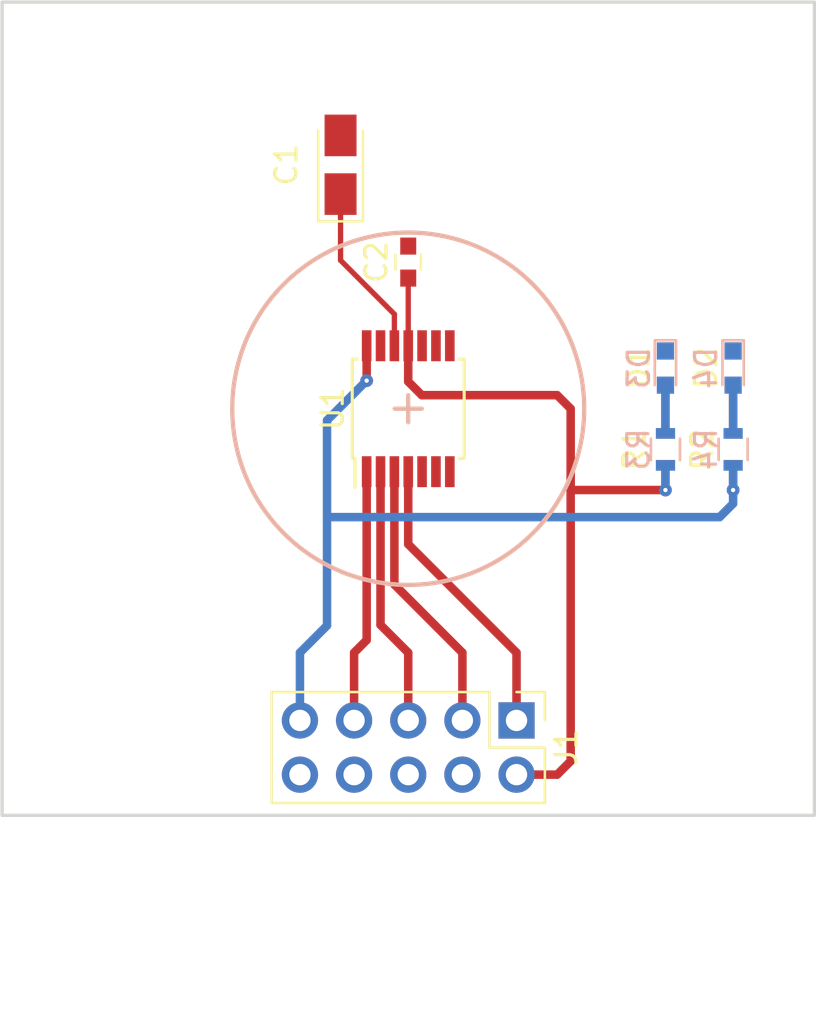
<source format=kicad_pcb>
(kicad_pcb (version 20171130) (host pcbnew "(2018-01-14 revision 63e55e918)-master")

  (general
    (thickness 1.6)
    (drawings 18)
    (tracks 45)
    (zones 0)
    (modules 12)
    (nets 13)
  )

  (page A4)
  (layers
    (0 F.Cu signal)
    (31 B.Cu signal)
    (32 B.Adhes user)
    (33 F.Adhes user)
    (34 B.Paste user)
    (35 F.Paste user)
    (36 B.SilkS user)
    (37 F.SilkS user)
    (38 B.Mask user)
    (39 F.Mask user)
    (40 Dwgs.User user)
    (41 Cmts.User user)
    (42 Eco1.User user)
    (43 Eco2.User user)
    (44 Edge.Cuts user)
    (45 Margin user)
    (46 B.CrtYd user)
    (47 F.CrtYd user)
    (48 B.Fab user)
    (49 F.Fab user)
  )

  (setup
    (last_trace_width 0.4)
    (user_trace_width 0.3)
    (user_trace_width 0.4)
    (user_trace_width 0.5)
    (user_trace_width 1)
    (trace_clearance 0.2)
    (zone_clearance 0.17)
    (zone_45_only no)
    (trace_min 0.2)
    (segment_width 0.2)
    (edge_width 0.15)
    (via_size 0.6)
    (via_drill 0.2)
    (via_min_size 0.4)
    (via_min_drill 0.2)
    (user_via 0.6 0.2)
    (uvia_size 0.3)
    (uvia_drill 0.1)
    (uvias_allowed no)
    (uvia_min_size 0.2)
    (uvia_min_drill 0.1)
    (pcb_text_width 0.3)
    (pcb_text_size 1.5 1.5)
    (mod_edge_width 0.15)
    (mod_text_size 1 1)
    (mod_text_width 0.15)
    (pad_size 1.524 1.524)
    (pad_drill 0.762)
    (pad_to_mask_clearance 0.2)
    (aux_axis_origin 0 0)
    (visible_elements FFFFFF7F)
    (pcbplotparams
      (layerselection 0x010fc_ffffffff)
      (usegerberextensions false)
      (usegerberattributes false)
      (usegerberadvancedattributes false)
      (creategerberjobfile false)
      (excludeedgelayer true)
      (linewidth 0.100000)
      (plotframeref false)
      (viasonmask false)
      (mode 1)
      (useauxorigin false)
      (hpglpennumber 1)
      (hpglpenspeed 20)
      (hpglpendiameter 15)
      (psnegative false)
      (psa4output false)
      (plotreference true)
      (plotvalue true)
      (plotinvisibletext false)
      (padsonsilk false)
      (subtractmaskfromsilk false)
      (outputformat 1)
      (mirror false)
      (drillshape 1)
      (scaleselection 1)
      (outputdirectory ""))
  )

  (net 0 "")
  (net 1 "Net-(C1-Pad1)")
  (net 2 GND)
  (net 3 +5V)
  (net 4 "Net-(D1-Pad2)")
  (net 5 "Net-(D2-Pad2)")
  (net 6 "Net-(D3-Pad2)")
  (net 7 "Net-(D4-Pad2)")
  (net 8 MOSI)
  (net 9 MISO)
  (net 10 CLK)
  (net 11 CS)
  (net 12 PWM)

  (net_class Default "This is the default net class."
    (clearance 0.2)
    (trace_width 0.4)
    (via_dia 0.6)
    (via_drill 0.2)
    (uvia_dia 0.3)
    (uvia_drill 0.1)
    (add_net +5V)
    (add_net CLK)
    (add_net CS)
    (add_net GND)
    (add_net MISO)
    (add_net MOSI)
    (add_net "Net-(C1-Pad1)")
    (add_net "Net-(D1-Pad2)")
    (add_net "Net-(D2-Pad2)")
    (add_net "Net-(D3-Pad2)")
    (add_net "Net-(D4-Pad2)")
    (add_net PWM)
  )

  (module Capacitors_Tantalum_SMD:CP_Tantalum_Case-A_EIA-3216-18_Reflow (layer F.Cu) (tedit 58CC8C08) (tstamp 5A6DF177)
    (at 131.445 75.565 90)
    (descr "Tantalum capacitor, Case A, EIA 3216-18, 3.2x1.6x1.6mm, Reflow soldering footprint")
    (tags "capacitor tantalum smd")
    (path /5A5D184B)
    (attr smd)
    (fp_text reference C1 (at 0 -2.55 90) (layer F.SilkS)
      (effects (font (size 1 1) (thickness 0.15)))
    )
    (fp_text value 10uF (at 0 2.55 90) (layer F.Fab)
      (effects (font (size 1 1) (thickness 0.15)))
    )
    (fp_text user %R (at 0 0 90) (layer F.Fab)
      (effects (font (size 0.7 0.7) (thickness 0.105)))
    )
    (fp_line (start -2.75 -1.2) (end -2.75 1.2) (layer F.CrtYd) (width 0.05))
    (fp_line (start -2.75 1.2) (end 2.75 1.2) (layer F.CrtYd) (width 0.05))
    (fp_line (start 2.75 1.2) (end 2.75 -1.2) (layer F.CrtYd) (width 0.05))
    (fp_line (start 2.75 -1.2) (end -2.75 -1.2) (layer F.CrtYd) (width 0.05))
    (fp_line (start -1.6 -0.8) (end -1.6 0.8) (layer F.Fab) (width 0.1))
    (fp_line (start -1.6 0.8) (end 1.6 0.8) (layer F.Fab) (width 0.1))
    (fp_line (start 1.6 0.8) (end 1.6 -0.8) (layer F.Fab) (width 0.1))
    (fp_line (start 1.6 -0.8) (end -1.6 -0.8) (layer F.Fab) (width 0.1))
    (fp_line (start -1.28 -0.8) (end -1.28 0.8) (layer F.Fab) (width 0.1))
    (fp_line (start -1.12 -0.8) (end -1.12 0.8) (layer F.Fab) (width 0.1))
    (fp_line (start -2.65 -1.05) (end 1.6 -1.05) (layer F.SilkS) (width 0.12))
    (fp_line (start -2.65 1.05) (end 1.6 1.05) (layer F.SilkS) (width 0.12))
    (fp_line (start -2.65 -1.05) (end -2.65 1.05) (layer F.SilkS) (width 0.12))
    (pad 1 smd rect (at -1.375 0 90) (size 1.95 1.5) (layers F.Cu F.Paste F.Mask)
      (net 1 "Net-(C1-Pad1)"))
    (pad 2 smd rect (at 1.375 0 90) (size 1.95 1.5) (layers F.Cu F.Paste F.Mask)
      (net 2 GND))
    (model Capacitors_Tantalum_SMD.3dshapes/CP_Tantalum_Case-A_EIA-3216-18.wrl
      (at (xyz 0 0 0))
      (scale (xyz 1 1 1))
      (rotate (xyz 0 0 0))
    )
  )

  (module Capacitors_SMD:C_0603 (layer F.Cu) (tedit 59958EE7) (tstamp 5A6DF188)
    (at 134.62 80.125 90)
    (descr "Capacitor SMD 0603, reflow soldering, AVX (see smccp.pdf)")
    (tags "capacitor 0603")
    (path /5A5D1ADC)
    (attr smd)
    (fp_text reference C2 (at 0 -1.5 90) (layer F.SilkS)
      (effects (font (size 1 1) (thickness 0.15)))
    )
    (fp_text value 100nF (at 0 1.5 90) (layer F.Fab)
      (effects (font (size 1 1) (thickness 0.15)))
    )
    (fp_line (start 1.4 0.65) (end -1.4 0.65) (layer F.CrtYd) (width 0.05))
    (fp_line (start 1.4 0.65) (end 1.4 -0.65) (layer F.CrtYd) (width 0.05))
    (fp_line (start -1.4 -0.65) (end -1.4 0.65) (layer F.CrtYd) (width 0.05))
    (fp_line (start -1.4 -0.65) (end 1.4 -0.65) (layer F.CrtYd) (width 0.05))
    (fp_line (start 0.35 0.6) (end -0.35 0.6) (layer F.SilkS) (width 0.12))
    (fp_line (start -0.35 -0.6) (end 0.35 -0.6) (layer F.SilkS) (width 0.12))
    (fp_line (start -0.8 -0.4) (end 0.8 -0.4) (layer F.Fab) (width 0.1))
    (fp_line (start 0.8 -0.4) (end 0.8 0.4) (layer F.Fab) (width 0.1))
    (fp_line (start 0.8 0.4) (end -0.8 0.4) (layer F.Fab) (width 0.1))
    (fp_line (start -0.8 0.4) (end -0.8 -0.4) (layer F.Fab) (width 0.1))
    (fp_text user %R (at 0 0 90) (layer F.Fab)
      (effects (font (size 0.3 0.3) (thickness 0.075)))
    )
    (pad 2 smd rect (at 0.75 0 90) (size 0.8 0.75) (layers F.Cu F.Paste F.Mask)
      (net 2 GND))
    (pad 1 smd rect (at -0.75 0 90) (size 0.8 0.75) (layers F.Cu F.Paste F.Mask)
      (net 3 +5V))
    (model Capacitors_SMD.3dshapes/C_0603.wrl
      (at (xyz 0 0 0))
      (scale (xyz 1 1 1))
      (rotate (xyz 0 0 0))
    )
  )

  (module LEDs:LED_0603 (layer F.Cu) (tedit 57FE93A5) (tstamp 5A6DF19D)
    (at 146.685 85.09 270)
    (descr "LED 0603 smd package")
    (tags "LED led 0603 SMD smd SMT smt smdled SMDLED smtled SMTLED")
    (path /5A5DC87F)
    (attr smd)
    (fp_text reference D1 (at 0 1.27 270) (layer F.SilkS)
      (effects (font (size 1 1) (thickness 0.15)))
    )
    (fp_text value LED (at 0 1.35 270) (layer F.Fab)
      (effects (font (size 1 1) (thickness 0.15)))
    )
    (fp_line (start -1.3 -0.5) (end -1.3 0.5) (layer F.SilkS) (width 0.12))
    (fp_line (start -0.2 -0.2) (end -0.2 0.2) (layer F.Fab) (width 0.1))
    (fp_line (start -0.15 0) (end 0.15 -0.2) (layer F.Fab) (width 0.1))
    (fp_line (start 0.15 0.2) (end -0.15 0) (layer F.Fab) (width 0.1))
    (fp_line (start 0.15 -0.2) (end 0.15 0.2) (layer F.Fab) (width 0.1))
    (fp_line (start 0.8 0.4) (end -0.8 0.4) (layer F.Fab) (width 0.1))
    (fp_line (start 0.8 -0.4) (end 0.8 0.4) (layer F.Fab) (width 0.1))
    (fp_line (start -0.8 -0.4) (end 0.8 -0.4) (layer F.Fab) (width 0.1))
    (fp_line (start -0.8 0.4) (end -0.8 -0.4) (layer F.Fab) (width 0.1))
    (fp_line (start -1.3 0.5) (end 0.8 0.5) (layer F.SilkS) (width 0.12))
    (fp_line (start -1.3 -0.5) (end 0.8 -0.5) (layer F.SilkS) (width 0.12))
    (fp_line (start 1.45 -0.65) (end 1.45 0.65) (layer F.CrtYd) (width 0.05))
    (fp_line (start 1.45 0.65) (end -1.45 0.65) (layer F.CrtYd) (width 0.05))
    (fp_line (start -1.45 0.65) (end -1.45 -0.65) (layer F.CrtYd) (width 0.05))
    (fp_line (start -1.45 -0.65) (end 1.45 -0.65) (layer F.CrtYd) (width 0.05))
    (pad 2 smd rect (at 0.8 0 90) (size 0.8 0.8) (layers F.Cu F.Paste F.Mask)
      (net 4 "Net-(D1-Pad2)"))
    (pad 1 smd rect (at -0.8 0 90) (size 0.8 0.8) (layers F.Cu F.Paste F.Mask)
      (net 2 GND))
    (model ${KISYS3DMOD}/LEDs.3dshapes/LED_0603.wrl
      (at (xyz 0 0 0))
      (scale (xyz 1 1 1))
      (rotate (xyz 0 0 180))
    )
  )

  (module LEDs:LED_0603 (layer F.Cu) (tedit 57FE93A5) (tstamp 5A6DF1B2)
    (at 149.86 85.09 270)
    (descr "LED 0603 smd package")
    (tags "LED led 0603 SMD smd SMT smt smdled SMDLED smtled SMTLED")
    (path /5A5DC8EA)
    (attr smd)
    (fp_text reference D2 (at 0 1.27 270) (layer F.SilkS)
      (effects (font (size 1 1) (thickness 0.15)))
    )
    (fp_text value LED (at 0 1.35 270) (layer F.Fab)
      (effects (font (size 1 1) (thickness 0.15)))
    )
    (fp_line (start -1.45 -0.65) (end 1.45 -0.65) (layer F.CrtYd) (width 0.05))
    (fp_line (start -1.45 0.65) (end -1.45 -0.65) (layer F.CrtYd) (width 0.05))
    (fp_line (start 1.45 0.65) (end -1.45 0.65) (layer F.CrtYd) (width 0.05))
    (fp_line (start 1.45 -0.65) (end 1.45 0.65) (layer F.CrtYd) (width 0.05))
    (fp_line (start -1.3 -0.5) (end 0.8 -0.5) (layer F.SilkS) (width 0.12))
    (fp_line (start -1.3 0.5) (end 0.8 0.5) (layer F.SilkS) (width 0.12))
    (fp_line (start -0.8 0.4) (end -0.8 -0.4) (layer F.Fab) (width 0.1))
    (fp_line (start -0.8 -0.4) (end 0.8 -0.4) (layer F.Fab) (width 0.1))
    (fp_line (start 0.8 -0.4) (end 0.8 0.4) (layer F.Fab) (width 0.1))
    (fp_line (start 0.8 0.4) (end -0.8 0.4) (layer F.Fab) (width 0.1))
    (fp_line (start 0.15 -0.2) (end 0.15 0.2) (layer F.Fab) (width 0.1))
    (fp_line (start 0.15 0.2) (end -0.15 0) (layer F.Fab) (width 0.1))
    (fp_line (start -0.15 0) (end 0.15 -0.2) (layer F.Fab) (width 0.1))
    (fp_line (start -0.2 -0.2) (end -0.2 0.2) (layer F.Fab) (width 0.1))
    (fp_line (start -1.3 -0.5) (end -1.3 0.5) (layer F.SilkS) (width 0.12))
    (pad 1 smd rect (at -0.8 0 90) (size 0.8 0.8) (layers F.Cu F.Paste F.Mask)
      (net 2 GND))
    (pad 2 smd rect (at 0.8 0 90) (size 0.8 0.8) (layers F.Cu F.Paste F.Mask)
      (net 5 "Net-(D2-Pad2)"))
    (model ${KISYS3DMOD}/LEDs.3dshapes/LED_0603.wrl
      (at (xyz 0 0 0))
      (scale (xyz 1 1 1))
      (rotate (xyz 0 0 180))
    )
  )

  (module LEDs:LED_0603 (layer B.Cu) (tedit 57FE93A5) (tstamp 5A6DF1C7)
    (at 146.685 85.09 270)
    (descr "LED 0603 smd package")
    (tags "LED led 0603 SMD smd SMT smt smdled SMDLED smtled SMTLED")
    (path /5A5DC955)
    (attr smd)
    (fp_text reference D3 (at 0 1.25 270) (layer B.SilkS)
      (effects (font (size 1 1) (thickness 0.15)) (justify mirror))
    )
    (fp_text value LED (at 0 -1.35 270) (layer B.Fab)
      (effects (font (size 1 1) (thickness 0.15)) (justify mirror))
    )
    (fp_line (start -1.3 0.5) (end -1.3 -0.5) (layer B.SilkS) (width 0.12))
    (fp_line (start -0.2 0.2) (end -0.2 -0.2) (layer B.Fab) (width 0.1))
    (fp_line (start -0.15 0) (end 0.15 0.2) (layer B.Fab) (width 0.1))
    (fp_line (start 0.15 -0.2) (end -0.15 0) (layer B.Fab) (width 0.1))
    (fp_line (start 0.15 0.2) (end 0.15 -0.2) (layer B.Fab) (width 0.1))
    (fp_line (start 0.8 -0.4) (end -0.8 -0.4) (layer B.Fab) (width 0.1))
    (fp_line (start 0.8 0.4) (end 0.8 -0.4) (layer B.Fab) (width 0.1))
    (fp_line (start -0.8 0.4) (end 0.8 0.4) (layer B.Fab) (width 0.1))
    (fp_line (start -0.8 -0.4) (end -0.8 0.4) (layer B.Fab) (width 0.1))
    (fp_line (start -1.3 -0.5) (end 0.8 -0.5) (layer B.SilkS) (width 0.12))
    (fp_line (start -1.3 0.5) (end 0.8 0.5) (layer B.SilkS) (width 0.12))
    (fp_line (start 1.45 0.65) (end 1.45 -0.65) (layer B.CrtYd) (width 0.05))
    (fp_line (start 1.45 -0.65) (end -1.45 -0.65) (layer B.CrtYd) (width 0.05))
    (fp_line (start -1.45 -0.65) (end -1.45 0.65) (layer B.CrtYd) (width 0.05))
    (fp_line (start -1.45 0.65) (end 1.45 0.65) (layer B.CrtYd) (width 0.05))
    (pad 2 smd rect (at 0.8 0 90) (size 0.8 0.8) (layers B.Cu B.Paste B.Mask)
      (net 6 "Net-(D3-Pad2)"))
    (pad 1 smd rect (at -0.8 0 90) (size 0.8 0.8) (layers B.Cu B.Paste B.Mask)
      (net 2 GND))
    (model ${KISYS3DMOD}/LEDs.3dshapes/LED_0603.wrl
      (at (xyz 0 0 0))
      (scale (xyz 1 1 1))
      (rotate (xyz 0 0 180))
    )
  )

  (module LEDs:LED_0603 (layer B.Cu) (tedit 57FE93A5) (tstamp 5A6DF1DC)
    (at 149.86 85.09 270)
    (descr "LED 0603 smd package")
    (tags "LED led 0603 SMD smd SMT smt smdled SMDLED smtled SMTLED")
    (path /5A5DC9B6)
    (attr smd)
    (fp_text reference D4 (at 0 1.27 270) (layer B.SilkS)
      (effects (font (size 1 1) (thickness 0.15)) (justify mirror))
    )
    (fp_text value LED (at 0 -1.35 270) (layer B.Fab)
      (effects (font (size 1 1) (thickness 0.15)) (justify mirror))
    )
    (fp_line (start -1.45 0.65) (end 1.45 0.65) (layer B.CrtYd) (width 0.05))
    (fp_line (start -1.45 -0.65) (end -1.45 0.65) (layer B.CrtYd) (width 0.05))
    (fp_line (start 1.45 -0.65) (end -1.45 -0.65) (layer B.CrtYd) (width 0.05))
    (fp_line (start 1.45 0.65) (end 1.45 -0.65) (layer B.CrtYd) (width 0.05))
    (fp_line (start -1.3 0.5) (end 0.8 0.5) (layer B.SilkS) (width 0.12))
    (fp_line (start -1.3 -0.5) (end 0.8 -0.5) (layer B.SilkS) (width 0.12))
    (fp_line (start -0.8 -0.4) (end -0.8 0.4) (layer B.Fab) (width 0.1))
    (fp_line (start -0.8 0.4) (end 0.8 0.4) (layer B.Fab) (width 0.1))
    (fp_line (start 0.8 0.4) (end 0.8 -0.4) (layer B.Fab) (width 0.1))
    (fp_line (start 0.8 -0.4) (end -0.8 -0.4) (layer B.Fab) (width 0.1))
    (fp_line (start 0.15 0.2) (end 0.15 -0.2) (layer B.Fab) (width 0.1))
    (fp_line (start 0.15 -0.2) (end -0.15 0) (layer B.Fab) (width 0.1))
    (fp_line (start -0.15 0) (end 0.15 0.2) (layer B.Fab) (width 0.1))
    (fp_line (start -0.2 0.2) (end -0.2 -0.2) (layer B.Fab) (width 0.1))
    (fp_line (start -1.3 0.5) (end -1.3 -0.5) (layer B.SilkS) (width 0.12))
    (pad 1 smd rect (at -0.8 0 90) (size 0.8 0.8) (layers B.Cu B.Paste B.Mask)
      (net 2 GND))
    (pad 2 smd rect (at 0.8 0 90) (size 0.8 0.8) (layers B.Cu B.Paste B.Mask)
      (net 7 "Net-(D4-Pad2)"))
    (model ${KISYS3DMOD}/LEDs.3dshapes/LED_0603.wrl
      (at (xyz 0 0 0))
      (scale (xyz 1 1 1))
      (rotate (xyz 0 0 180))
    )
  )

  (module Pin_Headers:Pin_Header_Straight_2x05_Pitch2.54mm (layer F.Cu) (tedit 59650532) (tstamp 5A6DF1FC)
    (at 139.7 101.6 270)
    (descr "Through hole straight pin header, 2x05, 2.54mm pitch, double rows")
    (tags "Through hole pin header THT 2x05 2.54mm double row")
    (path /5A5D446D)
    (fp_text reference J1 (at 1.27 -2.33 270) (layer F.SilkS)
      (effects (font (size 1 1) (thickness 0.15)))
    )
    (fp_text value Conn_02x05_Odd_Even-Connector (at 1.27 12.49 270) (layer F.Fab)
      (effects (font (size 1 1) (thickness 0.15)))
    )
    (fp_line (start 0 -1.27) (end 3.81 -1.27) (layer F.Fab) (width 0.1))
    (fp_line (start 3.81 -1.27) (end 3.81 11.43) (layer F.Fab) (width 0.1))
    (fp_line (start 3.81 11.43) (end -1.27 11.43) (layer F.Fab) (width 0.1))
    (fp_line (start -1.27 11.43) (end -1.27 0) (layer F.Fab) (width 0.1))
    (fp_line (start -1.27 0) (end 0 -1.27) (layer F.Fab) (width 0.1))
    (fp_line (start -1.33 11.49) (end 3.87 11.49) (layer F.SilkS) (width 0.12))
    (fp_line (start -1.33 1.27) (end -1.33 11.49) (layer F.SilkS) (width 0.12))
    (fp_line (start 3.87 -1.33) (end 3.87 11.49) (layer F.SilkS) (width 0.12))
    (fp_line (start -1.33 1.27) (end 1.27 1.27) (layer F.SilkS) (width 0.12))
    (fp_line (start 1.27 1.27) (end 1.27 -1.33) (layer F.SilkS) (width 0.12))
    (fp_line (start 1.27 -1.33) (end 3.87 -1.33) (layer F.SilkS) (width 0.12))
    (fp_line (start -1.33 0) (end -1.33 -1.33) (layer F.SilkS) (width 0.12))
    (fp_line (start -1.33 -1.33) (end 0 -1.33) (layer F.SilkS) (width 0.12))
    (fp_line (start -1.8 -1.8) (end -1.8 11.95) (layer F.CrtYd) (width 0.05))
    (fp_line (start -1.8 11.95) (end 4.35 11.95) (layer F.CrtYd) (width 0.05))
    (fp_line (start 4.35 11.95) (end 4.35 -1.8) (layer F.CrtYd) (width 0.05))
    (fp_line (start 4.35 -1.8) (end -1.8 -1.8) (layer F.CrtYd) (width 0.05))
    (fp_text user %R (at 1.27 5.08) (layer F.Fab)
      (effects (font (size 1 1) (thickness 0.15)))
    )
    (pad 1 thru_hole rect (at 0 0 270) (size 1.7 1.7) (drill 1) (layers *.Cu *.Mask)
      (net 8 MOSI))
    (pad 2 thru_hole oval (at 2.54 0 270) (size 1.7 1.7) (drill 1) (layers *.Cu *.Mask)
      (net 3 +5V))
    (pad 3 thru_hole oval (at 0 2.54 270) (size 1.7 1.7) (drill 1) (layers *.Cu *.Mask)
      (net 9 MISO))
    (pad 4 thru_hole oval (at 2.54 2.54 270) (size 1.7 1.7) (drill 1) (layers *.Cu *.Mask)
      (net 2 GND))
    (pad 5 thru_hole oval (at 0 5.08 270) (size 1.7 1.7) (drill 1) (layers *.Cu *.Mask)
      (net 10 CLK))
    (pad 6 thru_hole oval (at 2.54 5.08 270) (size 1.7 1.7) (drill 1) (layers *.Cu *.Mask)
      (net 2 GND))
    (pad 7 thru_hole oval (at 0 7.62 270) (size 1.7 1.7) (drill 1) (layers *.Cu *.Mask)
      (net 11 CS))
    (pad 8 thru_hole oval (at 2.54 7.62 270) (size 1.7 1.7) (drill 1) (layers *.Cu *.Mask)
      (net 2 GND))
    (pad 9 thru_hole oval (at 0 10.16 270) (size 1.7 1.7) (drill 1) (layers *.Cu *.Mask)
      (net 12 PWM))
    (pad 10 thru_hole oval (at 2.54 10.16 270) (size 1.7 1.7) (drill 1) (layers *.Cu *.Mask)
      (net 2 GND))
    (model ${KISYS3DMOD}/Pin_Headers.3dshapes/Pin_Header_Straight_2x05_Pitch2.54mm.wrl
      (at (xyz 0 0 0))
      (scale (xyz 1 1 1))
      (rotate (xyz 0 0 0))
    )
  )

  (module Resistors_SMD:R_0603 (layer F.Cu) (tedit 58E0A804) (tstamp 5A6DF20D)
    (at 146.685 88.9 90)
    (descr "Resistor SMD 0603, reflow soldering, Vishay (see dcrcw.pdf)")
    (tags "resistor 0603")
    (path /5A5DCA42)
    (attr smd)
    (fp_text reference R1 (at 0 -1.45 90) (layer F.SilkS)
      (effects (font (size 1 1) (thickness 0.15)))
    )
    (fp_text value 1k (at 0 1.5 90) (layer F.Fab)
      (effects (font (size 1 1) (thickness 0.15)))
    )
    (fp_text user %R (at 0 0 90) (layer F.Fab)
      (effects (font (size 0.4 0.4) (thickness 0.075)))
    )
    (fp_line (start -0.8 0.4) (end -0.8 -0.4) (layer F.Fab) (width 0.1))
    (fp_line (start 0.8 0.4) (end -0.8 0.4) (layer F.Fab) (width 0.1))
    (fp_line (start 0.8 -0.4) (end 0.8 0.4) (layer F.Fab) (width 0.1))
    (fp_line (start -0.8 -0.4) (end 0.8 -0.4) (layer F.Fab) (width 0.1))
    (fp_line (start 0.5 0.68) (end -0.5 0.68) (layer F.SilkS) (width 0.12))
    (fp_line (start -0.5 -0.68) (end 0.5 -0.68) (layer F.SilkS) (width 0.12))
    (fp_line (start -1.25 -0.7) (end 1.25 -0.7) (layer F.CrtYd) (width 0.05))
    (fp_line (start -1.25 -0.7) (end -1.25 0.7) (layer F.CrtYd) (width 0.05))
    (fp_line (start 1.25 0.7) (end 1.25 -0.7) (layer F.CrtYd) (width 0.05))
    (fp_line (start 1.25 0.7) (end -1.25 0.7) (layer F.CrtYd) (width 0.05))
    (pad 1 smd rect (at -0.75 0 90) (size 0.5 0.9) (layers F.Cu F.Paste F.Mask)
      (net 3 +5V))
    (pad 2 smd rect (at 0.75 0 90) (size 0.5 0.9) (layers F.Cu F.Paste F.Mask)
      (net 4 "Net-(D1-Pad2)"))
    (model ${KISYS3DMOD}/Resistors_SMD.3dshapes/R_0603.wrl
      (at (xyz 0 0 0))
      (scale (xyz 1 1 1))
      (rotate (xyz 0 0 0))
    )
  )

  (module Resistors_SMD:R_0603 (layer F.Cu) (tedit 58E0A804) (tstamp 5A6DF21E)
    (at 149.86 88.9 90)
    (descr "Resistor SMD 0603, reflow soldering, Vishay (see dcrcw.pdf)")
    (tags "resistor 0603")
    (path /5A5DCABF)
    (attr smd)
    (fp_text reference R2 (at 0 -1.45 90) (layer F.SilkS)
      (effects (font (size 1 1) (thickness 0.15)))
    )
    (fp_text value 1k (at 0 1.5 90) (layer F.Fab)
      (effects (font (size 1 1) (thickness 0.15)))
    )
    (fp_line (start 1.25 0.7) (end -1.25 0.7) (layer F.CrtYd) (width 0.05))
    (fp_line (start 1.25 0.7) (end 1.25 -0.7) (layer F.CrtYd) (width 0.05))
    (fp_line (start -1.25 -0.7) (end -1.25 0.7) (layer F.CrtYd) (width 0.05))
    (fp_line (start -1.25 -0.7) (end 1.25 -0.7) (layer F.CrtYd) (width 0.05))
    (fp_line (start -0.5 -0.68) (end 0.5 -0.68) (layer F.SilkS) (width 0.12))
    (fp_line (start 0.5 0.68) (end -0.5 0.68) (layer F.SilkS) (width 0.12))
    (fp_line (start -0.8 -0.4) (end 0.8 -0.4) (layer F.Fab) (width 0.1))
    (fp_line (start 0.8 -0.4) (end 0.8 0.4) (layer F.Fab) (width 0.1))
    (fp_line (start 0.8 0.4) (end -0.8 0.4) (layer F.Fab) (width 0.1))
    (fp_line (start -0.8 0.4) (end -0.8 -0.4) (layer F.Fab) (width 0.1))
    (fp_text user %R (at 0 0 90) (layer F.Fab)
      (effects (font (size 0.4 0.4) (thickness 0.075)))
    )
    (pad 2 smd rect (at 0.75 0 90) (size 0.5 0.9) (layers F.Cu F.Paste F.Mask)
      (net 5 "Net-(D2-Pad2)"))
    (pad 1 smd rect (at -0.75 0 90) (size 0.5 0.9) (layers F.Cu F.Paste F.Mask)
      (net 12 PWM))
    (model ${KISYS3DMOD}/Resistors_SMD.3dshapes/R_0603.wrl
      (at (xyz 0 0 0))
      (scale (xyz 1 1 1))
      (rotate (xyz 0 0 0))
    )
  )

  (module Resistors_SMD:R_0603 (layer B.Cu) (tedit 58E0A804) (tstamp 5A6DF22F)
    (at 146.685 88.9 90)
    (descr "Resistor SMD 0603, reflow soldering, Vishay (see dcrcw.pdf)")
    (tags "resistor 0603")
    (path /5A5DCB07)
    (attr smd)
    (fp_text reference R3 (at 0 -1.27 90) (layer B.SilkS)
      (effects (font (size 1 1) (thickness 0.15)) (justify mirror))
    )
    (fp_text value 1k (at 0 -1.5 90) (layer B.Fab)
      (effects (font (size 1 1) (thickness 0.15)) (justify mirror))
    )
    (fp_text user %R (at 0 0 90) (layer B.Fab)
      (effects (font (size 0.4 0.4) (thickness 0.075)) (justify mirror))
    )
    (fp_line (start -0.8 -0.4) (end -0.8 0.4) (layer B.Fab) (width 0.1))
    (fp_line (start 0.8 -0.4) (end -0.8 -0.4) (layer B.Fab) (width 0.1))
    (fp_line (start 0.8 0.4) (end 0.8 -0.4) (layer B.Fab) (width 0.1))
    (fp_line (start -0.8 0.4) (end 0.8 0.4) (layer B.Fab) (width 0.1))
    (fp_line (start 0.5 -0.68) (end -0.5 -0.68) (layer B.SilkS) (width 0.12))
    (fp_line (start -0.5 0.68) (end 0.5 0.68) (layer B.SilkS) (width 0.12))
    (fp_line (start -1.25 0.7) (end 1.25 0.7) (layer B.CrtYd) (width 0.05))
    (fp_line (start -1.25 0.7) (end -1.25 -0.7) (layer B.CrtYd) (width 0.05))
    (fp_line (start 1.25 -0.7) (end 1.25 0.7) (layer B.CrtYd) (width 0.05))
    (fp_line (start 1.25 -0.7) (end -1.25 -0.7) (layer B.CrtYd) (width 0.05))
    (pad 1 smd rect (at -0.75 0 90) (size 0.5 0.9) (layers B.Cu B.Paste B.Mask)
      (net 3 +5V))
    (pad 2 smd rect (at 0.75 0 90) (size 0.5 0.9) (layers B.Cu B.Paste B.Mask)
      (net 6 "Net-(D3-Pad2)"))
    (model ${KISYS3DMOD}/Resistors_SMD.3dshapes/R_0603.wrl
      (at (xyz 0 0 0))
      (scale (xyz 1 1 1))
      (rotate (xyz 0 0 0))
    )
  )

  (module Resistors_SMD:R_0603 (layer B.Cu) (tedit 58E0A804) (tstamp 5A6DF240)
    (at 149.86 88.9 90)
    (descr "Resistor SMD 0603, reflow soldering, Vishay (see dcrcw.pdf)")
    (tags "resistor 0603")
    (path /5A5DCC0E)
    (attr smd)
    (fp_text reference R4 (at 0 -1.27 90) (layer B.SilkS)
      (effects (font (size 1 1) (thickness 0.15)) (justify mirror))
    )
    (fp_text value 1k (at 0 -1.5 90) (layer B.Fab)
      (effects (font (size 1 1) (thickness 0.15)) (justify mirror))
    )
    (fp_line (start 1.25 -0.7) (end -1.25 -0.7) (layer B.CrtYd) (width 0.05))
    (fp_line (start 1.25 -0.7) (end 1.25 0.7) (layer B.CrtYd) (width 0.05))
    (fp_line (start -1.25 0.7) (end -1.25 -0.7) (layer B.CrtYd) (width 0.05))
    (fp_line (start -1.25 0.7) (end 1.25 0.7) (layer B.CrtYd) (width 0.05))
    (fp_line (start -0.5 0.68) (end 0.5 0.68) (layer B.SilkS) (width 0.12))
    (fp_line (start 0.5 -0.68) (end -0.5 -0.68) (layer B.SilkS) (width 0.12))
    (fp_line (start -0.8 0.4) (end 0.8 0.4) (layer B.Fab) (width 0.1))
    (fp_line (start 0.8 0.4) (end 0.8 -0.4) (layer B.Fab) (width 0.1))
    (fp_line (start 0.8 -0.4) (end -0.8 -0.4) (layer B.Fab) (width 0.1))
    (fp_line (start -0.8 -0.4) (end -0.8 0.4) (layer B.Fab) (width 0.1))
    (fp_text user %R (at 0 0 90) (layer B.Fab)
      (effects (font (size 0.4 0.4) (thickness 0.075)) (justify mirror))
    )
    (pad 2 smd rect (at 0.75 0 90) (size 0.5 0.9) (layers B.Cu B.Paste B.Mask)
      (net 7 "Net-(D4-Pad2)"))
    (pad 1 smd rect (at -0.75 0 90) (size 0.5 0.9) (layers B.Cu B.Paste B.Mask)
      (net 12 PWM))
    (model ${KISYS3DMOD}/Resistors_SMD.3dshapes/R_0603.wrl
      (at (xyz 0 0 0))
      (scale (xyz 1 1 1))
      (rotate (xyz 0 0 0))
    )
  )

  (module Housings_SSOP:TSSOP-14_4.4x5mm_Pitch0.65mm (layer F.Cu) (tedit 54130A77) (tstamp 5A6DF263)
    (at 134.62 86.995 90)
    (descr "14-Lead Plastic Thin Shrink Small Outline (ST)-4.4 mm Body [TSSOP] (see Microchip Packaging Specification 00000049BS.pdf)")
    (tags "SSOP 0.65")
    (path /5A5D16CD)
    (attr smd)
    (fp_text reference U1 (at 0 -3.55 90) (layer F.SilkS)
      (effects (font (size 1 1) (thickness 0.15)))
    )
    (fp_text value AS5048A (at 0 3.55 90) (layer F.Fab)
      (effects (font (size 1 1) (thickness 0.15)))
    )
    (fp_line (start -1.2 -2.5) (end 2.2 -2.5) (layer F.Fab) (width 0.15))
    (fp_line (start 2.2 -2.5) (end 2.2 2.5) (layer F.Fab) (width 0.15))
    (fp_line (start 2.2 2.5) (end -2.2 2.5) (layer F.Fab) (width 0.15))
    (fp_line (start -2.2 2.5) (end -2.2 -1.5) (layer F.Fab) (width 0.15))
    (fp_line (start -2.2 -1.5) (end -1.2 -2.5) (layer F.Fab) (width 0.15))
    (fp_line (start -3.95 -2.8) (end -3.95 2.8) (layer F.CrtYd) (width 0.05))
    (fp_line (start 3.95 -2.8) (end 3.95 2.8) (layer F.CrtYd) (width 0.05))
    (fp_line (start -3.95 -2.8) (end 3.95 -2.8) (layer F.CrtYd) (width 0.05))
    (fp_line (start -3.95 2.8) (end 3.95 2.8) (layer F.CrtYd) (width 0.05))
    (fp_line (start -2.325 -2.625) (end -2.325 -2.5) (layer F.SilkS) (width 0.15))
    (fp_line (start 2.325 -2.625) (end 2.325 -2.4) (layer F.SilkS) (width 0.15))
    (fp_line (start 2.325 2.625) (end 2.325 2.4) (layer F.SilkS) (width 0.15))
    (fp_line (start -2.325 2.625) (end -2.325 2.4) (layer F.SilkS) (width 0.15))
    (fp_line (start -2.325 -2.625) (end 2.325 -2.625) (layer F.SilkS) (width 0.15))
    (fp_line (start -2.325 2.625) (end 2.325 2.625) (layer F.SilkS) (width 0.15))
    (fp_line (start -2.325 -2.5) (end -3.675 -2.5) (layer F.SilkS) (width 0.15))
    (fp_text user %R (at 0 0 90) (layer F.Fab)
      (effects (font (size 0.8 0.8) (thickness 0.15)))
    )
    (pad 1 smd rect (at -2.95 -1.95 90) (size 1.45 0.45) (layers F.Cu F.Paste F.Mask)
      (net 11 CS))
    (pad 2 smd rect (at -2.95 -1.3 90) (size 1.45 0.45) (layers F.Cu F.Paste F.Mask)
      (net 10 CLK))
    (pad 3 smd rect (at -2.95 -0.65 90) (size 1.45 0.45) (layers F.Cu F.Paste F.Mask)
      (net 9 MISO))
    (pad 4 smd rect (at -2.95 0 90) (size 1.45 0.45) (layers F.Cu F.Paste F.Mask)
      (net 8 MOSI))
    (pad 5 smd rect (at -2.95 0.65 90) (size 1.45 0.45) (layers F.Cu F.Paste F.Mask)
      (net 2 GND))
    (pad 6 smd rect (at -2.95 1.3 90) (size 1.45 0.45) (layers F.Cu F.Paste F.Mask)
      (net 2 GND))
    (pad 7 smd rect (at -2.95 1.95 90) (size 1.45 0.45) (layers F.Cu F.Paste F.Mask)
      (net 2 GND))
    (pad 8 smd rect (at 2.95 1.95 90) (size 1.45 0.45) (layers F.Cu F.Paste F.Mask)
      (net 2 GND))
    (pad 9 smd rect (at 2.95 1.3 90) (size 1.45 0.45) (layers F.Cu F.Paste F.Mask)
      (net 2 GND))
    (pad 10 smd rect (at 2.95 0.65 90) (size 1.45 0.45) (layers F.Cu F.Paste F.Mask)
      (net 2 GND))
    (pad 11 smd rect (at 2.95 0 90) (size 1.45 0.45) (layers F.Cu F.Paste F.Mask)
      (net 3 +5V))
    (pad 12 smd rect (at 2.95 -0.65 90) (size 1.45 0.45) (layers F.Cu F.Paste F.Mask)
      (net 1 "Net-(C1-Pad1)"))
    (pad 13 smd rect (at 2.95 -1.3 90) (size 1.45 0.45) (layers F.Cu F.Paste F.Mask)
      (net 2 GND))
    (pad 14 smd rect (at 2.95 -1.95 90) (size 1.45 0.45) (layers F.Cu F.Paste F.Mask)
      (net 12 PWM))
    (model ${KISYS3DMOD}/Housings_SSOP.3dshapes/TSSOP-14_4.4x5mm_Pitch0.65mm.wrl
      (at (xyz 0 0 0))
      (scale (xyz 1 1 1))
      (rotate (xyz 0 0 0))
    )
  )

  (gr_line (start 115.57 67.945) (end 134.62 67.945) (layer Edge.Cuts) (width 0.15))
  (gr_line (start 115.57 86.995) (end 115.57 67.945) (layer Edge.Cuts) (width 0.15))
  (gr_line (start 115.57 106.045) (end 115.57 86.995) (layer Edge.Cuts) (width 0.15))
  (gr_line (start 134.62 106.045) (end 115.57 106.045) (layer Edge.Cuts) (width 0.15))
  (gr_line (start 153.67 106.045) (end 134.62 106.045) (layer Edge.Cuts) (width 0.15))
  (gr_line (start 153.67 86.995) (end 153.67 106.045) (layer Edge.Cuts) (width 0.15))
  (gr_line (start 153.67 67.945) (end 153.67 86.995) (layer Edge.Cuts) (width 0.15))
  (gr_line (start 134.62 67.945) (end 153.67 67.945) (layer Edge.Cuts) (width 0.15))
  (gr_circle (center 134.62 86.995) (end 142.875 86.995) (layer B.SilkS) (width 0.2))
  (gr_circle (center 134.62 86.995) (end 142.875 86.995) (layer F.SilkS) (width 0.2))
  (gr_line (start 134.62 86.995) (end 134.62 106.045) (layer Cmts.User) (width 0.2))
  (gr_line (start 134.62 86.995) (end 134.62 67.945) (layer Cmts.User) (width 0.2))
  (gr_line (start 134.62 86.995) (end 115.57 86.995) (layer Cmts.User) (width 0.2))
  (gr_line (start 134.62 86.995) (end 153.67 86.995) (layer Cmts.User) (width 0.2))
  (gr_line (start 133.985 86.995) (end 135.255 86.995) (layer B.SilkS) (width 0.2))
  (gr_line (start 134.62 86.36) (end 134.62 87.63) (layer B.SilkS) (width 0.2))
  (gr_line (start 134.62 86.36) (end 134.62 87.63) (layer F.SilkS) (width 0.2))
  (gr_line (start 133.985 86.995) (end 135.255 86.995) (layer F.SilkS) (width 0.2))

  (segment (start 133.97 82.565) (end 131.445 80.04) (width 0.25) (layer F.Cu) (net 1))
  (segment (start 131.445 80.04) (end 131.445 76.94) (width 0.25) (layer F.Cu) (net 1))
  (segment (start 133.97 84.045) (end 133.97 82.565) (width 0.25) (layer F.Cu) (net 1))
  (segment (start 142.24 103.505) (end 141.605 104.14) (width 0.4) (layer F.Cu) (net 3))
  (segment (start 141.605 104.14) (end 139.7 104.14) (width 0.4) (layer F.Cu) (net 3))
  (segment (start 142.24 90.805) (end 142.24 103.505) (width 0.4) (layer F.Cu) (net 3))
  (segment (start 146.685 90.805) (end 146.685 89.65) (width 0.4) (layer B.Cu) (net 3))
  (via (at 146.685 90.805) (size 0.6) (drill 0.2) (layers F.Cu B.Cu) (net 3))
  (segment (start 146.685 89.65) (end 146.685 90.805) (width 0.4) (layer F.Cu) (net 3))
  (segment (start 142.24 90.805) (end 146.685 90.805) (width 0.4) (layer F.Cu) (net 3))
  (segment (start 141.605 86.36) (end 135.255 86.36) (width 0.4) (layer F.Cu) (net 3))
  (segment (start 142.24 86.995) (end 141.605 86.36) (width 0.4) (layer F.Cu) (net 3))
  (segment (start 135.255 86.36) (end 134.62 85.725) (width 0.4) (layer F.Cu) (net 3))
  (segment (start 142.24 90.805) (end 142.24 86.995) (width 0.4) (layer F.Cu) (net 3))
  (segment (start 134.62 85.725) (end 134.62 84.045) (width 0.4) (layer F.Cu) (net 3))
  (segment (start 134.62 84.045) (end 134.62 80.875) (width 0.25) (layer F.Cu) (net 3))
  (segment (start 146.685 85.89) (end 146.685 88.15) (width 0.4) (layer F.Cu) (net 4))
  (segment (start 149.86 85.89) (end 149.86 88.15) (width 0.4) (layer F.Cu) (net 5))
  (segment (start 146.685 88.15) (end 146.685 85.89) (width 0.4) (layer B.Cu) (net 6))
  (segment (start 149.86 88.15) (end 149.86 85.89) (width 0.4) (layer B.Cu) (net 7))
  (segment (start 134.62 93.345) (end 139.7 98.425) (width 0.4) (layer F.Cu) (net 8))
  (segment (start 134.62 89.945) (end 134.62 93.345) (width 0.4) (layer F.Cu) (net 8))
  (segment (start 139.7 101.6) (end 139.7 98.425) (width 0.4) (layer F.Cu) (net 8))
  (segment (start 133.97 95.235) (end 137.16 98.425) (width 0.4) (layer F.Cu) (net 9))
  (segment (start 137.16 98.425) (end 137.16 101.6) (width 0.4) (layer F.Cu) (net 9))
  (segment (start 133.97 89.945) (end 133.97 95.235) (width 0.4) (layer F.Cu) (net 9))
  (segment (start 133.32 97.125) (end 134.62 98.425) (width 0.4) (layer F.Cu) (net 10))
  (segment (start 133.32 89.945) (end 133.32 97.125) (width 0.4) (layer F.Cu) (net 10))
  (segment (start 134.62 98.425) (end 134.62 101.6) (width 0.4) (layer F.Cu) (net 10))
  (segment (start 132.67 89.945) (end 132.67 97.835) (width 0.4) (layer F.Cu) (net 11))
  (segment (start 132.67 97.835) (end 132.08 98.425) (width 0.4) (layer F.Cu) (net 11))
  (segment (start 132.08 101.6) (end 132.08 98.425) (width 0.4) (layer F.Cu) (net 11))
  (segment (start 132.67 84.045) (end 132.67 85.68) (width 0.4) (layer F.Cu) (net 12))
  (segment (start 130.81 92.075) (end 130.81 87.54) (width 0.4) (layer B.Cu) (net 12))
  (via (at 132.67 85.68) (size 0.6) (drill 0.2) (layers F.Cu B.Cu) (net 12))
  (segment (start 130.81 87.54) (end 132.67 85.68) (width 0.4) (layer B.Cu) (net 12))
  (segment (start 149.86 91.44) (end 149.86 90.805) (width 0.4) (layer B.Cu) (net 12))
  (segment (start 149.225 92.075) (end 149.86 91.44) (width 0.4) (layer B.Cu) (net 12))
  (segment (start 130.81 97.155) (end 130.81 92.075) (width 0.4) (layer B.Cu) (net 12))
  (segment (start 130.81 92.075) (end 149.225 92.075) (width 0.4) (layer B.Cu) (net 12))
  (segment (start 149.86 90.805) (end 149.86 89.65) (width 0.4) (layer B.Cu) (net 12))
  (via (at 149.86 90.805) (size 0.6) (drill 0.2) (layers F.Cu B.Cu) (net 12))
  (segment (start 149.86 89.65) (end 149.86 90.805) (width 0.4) (layer F.Cu) (net 12))
  (segment (start 129.54 98.425) (end 130.81 97.155) (width 0.4) (layer B.Cu) (net 12))
  (segment (start 129.54 101.6) (end 129.54 98.425) (width 0.4) (layer B.Cu) (net 12))

  (zone (net 2) (net_name GND) (layer B.Cu) (tstamp 0) (hatch edge 0.508)
    (connect_pads (clearance 0.17))
    (min_thickness 0.17)
    (fill (arc_segments 16) (thermal_gap 0.17) (thermal_bridge_width 1))
    (polygon
      (pts
        (xy 115.57 67.945) (xy 153.67 67.945) (xy 153.67 106.045) (xy 115.57 106.045)
      )
    )
  )
  (zone (net 2) (net_name GND) (layer F.Cu) (tstamp 0) (hatch edge 0.508)
    (connect_pads (clearance 0.17))
    (min_thickness 0.17)
    (fill (arc_segments 16) (thermal_gap 0.17) (thermal_bridge_width 1))
    (polygon
      (pts
        (xy 115.57 67.945) (xy 153.67 67.945) (xy 153.67 106.045) (xy 115.57 106.045)
      )
    )
  )
)

</source>
